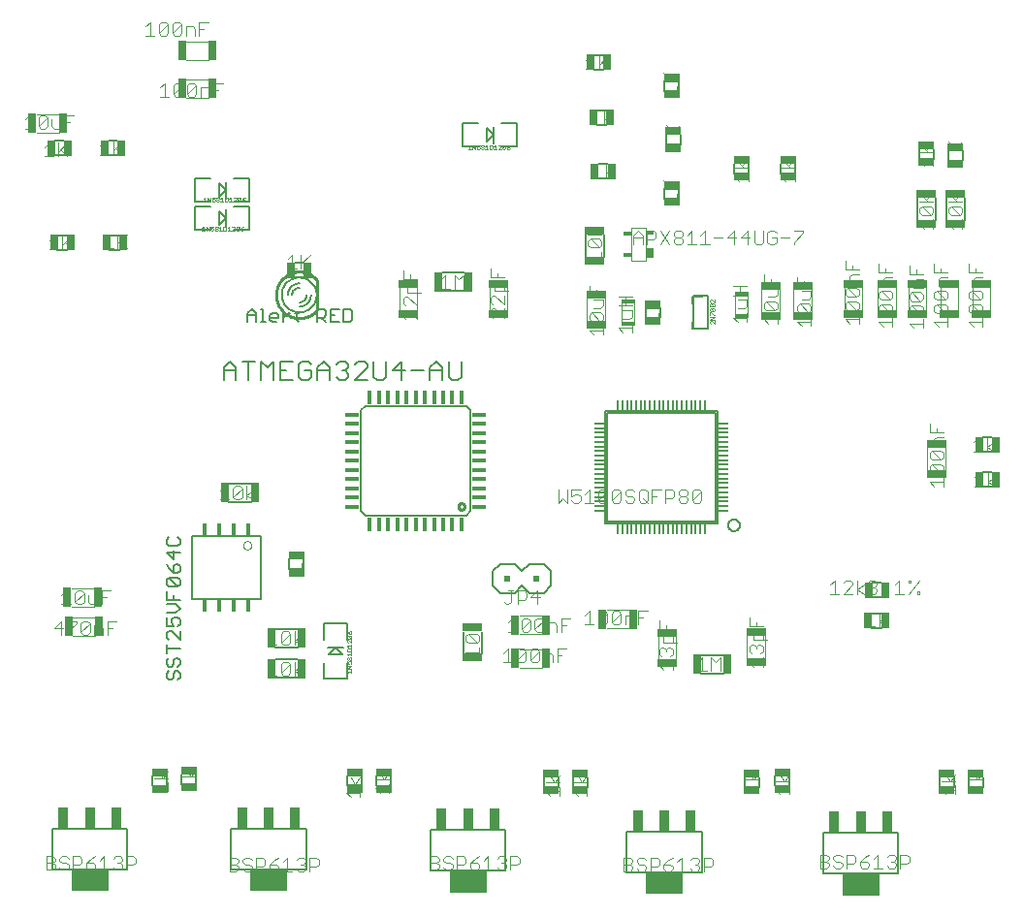
<source format=gto>
G75*
G70*
%OFA0B0*%
%FSLAX24Y24*%
%IPPOS*%
%LPD*%
%AMOC8*
5,1,8,0,0,1.08239X$1,22.5*
%
%ADD10C,0.0060*%
%ADD11R,0.0290X0.0690*%
%ADD12C,0.0040*%
%ADD13R,0.0551X0.0256*%
%ADD14R,0.0256X0.0551*%
%ADD15R,0.0295X0.0669*%
%ADD16R,0.0690X0.0290*%
%ADD17R,0.0669X0.0295*%
%ADD18C,0.0080*%
%ADD19C,0.0050*%
%ADD20R,0.0374X0.0087*%
%ADD21R,0.0374X0.0087*%
%ADD22R,0.0087X0.0374*%
%ADD23R,0.0087X0.0374*%
%ADD24R,0.0472X0.0118*%
%ADD25C,0.0010*%
%ADD26R,0.0200X0.0200*%
%ADD27R,0.1260X0.0730*%
%ADD28R,0.0340X0.0730*%
%ADD29R,0.0270X0.0180*%
%ADD30R,0.0270X0.0350*%
%ADD31C,0.0100*%
%ADD32R,0.0453X0.0157*%
%ADD33R,0.0453X0.0157*%
%ADD34R,0.0453X0.0158*%
%ADD35R,0.0157X0.0453*%
%ADD36R,0.0157X0.0453*%
%ADD37R,0.0158X0.0453*%
%ADD38C,0.0020*%
%ADD39R,0.0140X0.0400*%
D10*
X005750Y004739D02*
X005750Y005061D01*
X006250Y005061D02*
X006250Y004739D01*
X006750Y004789D02*
X006750Y005111D01*
X007250Y005111D02*
X007250Y004789D01*
X009975Y008430D02*
X010730Y008430D01*
X010730Y009070D02*
X009975Y009070D01*
X009975Y009480D02*
X010730Y009480D01*
X010730Y010120D02*
X009975Y010120D01*
X009480Y011140D02*
X009480Y013310D01*
X007120Y013310D01*
X007120Y011140D01*
X009480Y011140D01*
X010450Y012189D02*
X010450Y012511D01*
X010950Y012511D02*
X010950Y012189D01*
X009130Y014480D02*
X008375Y014480D01*
X008375Y015120D02*
X009130Y015120D01*
X009059Y018677D02*
X009059Y019317D01*
X009272Y019317D02*
X008845Y019317D01*
X008628Y019104D02*
X008628Y018677D01*
X008628Y018997D02*
X008201Y018997D01*
X008201Y019104D02*
X008414Y019317D01*
X008628Y019104D01*
X008201Y019104D02*
X008201Y018677D01*
X009490Y018677D02*
X009490Y019317D01*
X009703Y019104D01*
X009917Y019317D01*
X009917Y018677D01*
X010134Y018677D02*
X010562Y018677D01*
X010779Y018784D02*
X010886Y018677D01*
X011099Y018677D01*
X011206Y018784D01*
X011206Y018997D01*
X010993Y018997D01*
X011206Y019211D02*
X011099Y019317D01*
X010886Y019317D01*
X010779Y019211D01*
X010779Y018784D01*
X010348Y018997D02*
X010134Y018997D01*
X010134Y019317D02*
X010134Y018677D01*
X010134Y019317D02*
X010562Y019317D01*
X011424Y019104D02*
X011424Y018677D01*
X011424Y018997D02*
X011851Y018997D01*
X011851Y019104D02*
X011851Y018677D01*
X012068Y018784D02*
X012175Y018677D01*
X012388Y018677D01*
X012495Y018784D01*
X012495Y018890D01*
X012388Y018997D01*
X012282Y018997D01*
X012388Y018997D02*
X012495Y019104D01*
X012495Y019211D01*
X012388Y019317D01*
X012175Y019317D01*
X012068Y019211D01*
X011851Y019104D02*
X011637Y019317D01*
X011424Y019104D01*
X012713Y019211D02*
X012819Y019317D01*
X013033Y019317D01*
X013140Y019211D01*
X013140Y019104D01*
X012713Y018677D01*
X013140Y018677D01*
X013357Y018784D02*
X013464Y018677D01*
X013678Y018677D01*
X013784Y018784D01*
X013784Y019317D01*
X014002Y018997D02*
X014429Y018997D01*
X014646Y018997D02*
X015073Y018997D01*
X015291Y018997D02*
X015718Y018997D01*
X015718Y019104D02*
X015718Y018677D01*
X015935Y018784D02*
X016042Y018677D01*
X016256Y018677D01*
X016362Y018784D01*
X016362Y019317D01*
X015935Y019317D02*
X015935Y018784D01*
X015718Y019104D02*
X015504Y019317D01*
X015291Y019104D01*
X015291Y018677D01*
X014322Y018677D02*
X014322Y019317D01*
X014002Y018997D01*
X013357Y018784D02*
X013357Y019317D01*
X015720Y021730D02*
X016475Y021730D01*
X016475Y022370D02*
X015720Y022370D01*
X020630Y022925D02*
X020630Y023680D01*
X021270Y023680D02*
X021270Y022925D01*
X022700Y021161D02*
X022700Y020839D01*
X023200Y020839D02*
X023200Y021161D01*
X024340Y021560D02*
X024340Y020440D01*
X024860Y020440D01*
X024860Y021560D01*
X024340Y021560D01*
X023850Y024939D02*
X023850Y025261D01*
X023350Y025261D02*
X023350Y024939D01*
X021411Y025600D02*
X021089Y025600D01*
X021089Y026100D02*
X021411Y026100D01*
X021361Y027450D02*
X021039Y027450D01*
X021039Y027950D02*
X021361Y027950D01*
X021261Y029350D02*
X020939Y029350D01*
X020939Y029850D02*
X021261Y029850D01*
X023350Y028961D02*
X023350Y028639D01*
X023850Y028639D02*
X023850Y028961D01*
X023900Y027111D02*
X023900Y026789D01*
X023400Y026789D02*
X023400Y027111D01*
X025750Y026111D02*
X025750Y025789D01*
X026250Y025789D02*
X026250Y026111D01*
X027350Y026111D02*
X027350Y025789D01*
X027850Y025789D02*
X027850Y026111D01*
X032100Y026289D02*
X032100Y026611D01*
X032600Y026611D02*
X032600Y026289D01*
X033100Y026239D02*
X033100Y026561D01*
X033600Y026561D02*
X033600Y026239D01*
X033670Y024930D02*
X033670Y024175D01*
X033030Y024175D02*
X033030Y024930D01*
X032670Y024930D02*
X032670Y024175D01*
X032030Y024175D02*
X032030Y024930D01*
X034289Y016700D02*
X034611Y016700D01*
X034611Y016200D02*
X034289Y016200D01*
X034289Y015500D02*
X034611Y015500D01*
X034611Y015000D02*
X034289Y015000D01*
X030811Y011700D02*
X030489Y011700D01*
X030489Y011200D02*
X030811Y011200D01*
X030811Y010650D02*
X030489Y010650D01*
X030489Y010150D02*
X030811Y010150D01*
X025380Y009220D02*
X024625Y009220D01*
X024625Y008580D02*
X025380Y008580D01*
X026100Y005011D02*
X026100Y004689D01*
X026600Y004689D02*
X026600Y005011D01*
X027150Y005061D02*
X027150Y004739D01*
X027650Y004739D02*
X027650Y005061D01*
X032800Y005011D02*
X032800Y004689D01*
X033300Y004689D02*
X033300Y005011D01*
X033800Y005011D02*
X033800Y004689D01*
X034300Y004689D02*
X034300Y005011D01*
X020700Y005011D02*
X020700Y004689D01*
X020200Y004689D02*
X020200Y005011D01*
X019700Y005011D02*
X019700Y004689D01*
X019200Y004689D02*
X019200Y005011D01*
X017070Y009270D02*
X017070Y010025D01*
X016430Y010025D02*
X016430Y009270D01*
X013950Y005061D02*
X013950Y004739D01*
X013450Y004739D02*
X013450Y005061D01*
X012950Y005061D02*
X012950Y004739D01*
X012450Y004739D02*
X012450Y005061D01*
X010352Y021201D02*
X010321Y021239D01*
X010293Y021279D01*
X010269Y021321D01*
X010248Y021364D01*
X010231Y021410D01*
X010218Y021456D01*
X010208Y021504D01*
X010202Y021552D01*
X010200Y021600D01*
X010800Y022200D02*
X010847Y022198D01*
X010895Y022192D01*
X010941Y022183D01*
X010987Y022170D01*
X011031Y022154D01*
X011075Y022133D01*
X011116Y022110D01*
X011155Y022084D01*
X011192Y022054D01*
X011227Y022021D01*
X011259Y021986D01*
X011288Y021949D01*
X010961Y022200D02*
X010639Y022200D01*
X010639Y022700D02*
X010961Y022700D01*
X011400Y021600D02*
X011398Y021554D01*
X011393Y021508D01*
X011384Y021462D01*
X011372Y021418D01*
X011356Y021374D01*
X011337Y021332D01*
X011315Y021291D01*
X011289Y021253D01*
X011261Y021216D01*
X010800Y021000D02*
X010755Y021002D01*
X010709Y021007D01*
X010665Y021015D01*
X010621Y021027D01*
X010578Y021043D01*
X010536Y021061D01*
X010496Y021083D01*
X010458Y021107D01*
X010422Y021134D01*
X010387Y021164D01*
X010356Y021197D01*
X010326Y021232D01*
X011400Y021600D02*
X011398Y021647D01*
X011393Y021694D01*
X011383Y021740D01*
X011370Y021786D01*
X011354Y021830D01*
X011334Y021873D01*
X011311Y021914D01*
X011285Y021953D01*
X011256Y021990D01*
X011200Y021600D02*
X011198Y021561D01*
X011192Y021522D01*
X011183Y021484D01*
X011170Y021447D01*
X011153Y021411D01*
X011133Y021378D01*
X011109Y021346D01*
X011083Y021317D01*
X011054Y021291D01*
X011022Y021267D01*
X010989Y021247D01*
X010953Y021230D01*
X010916Y021217D01*
X010878Y021208D01*
X010839Y021202D01*
X010800Y021200D01*
X010200Y021600D02*
X010202Y021646D01*
X010207Y021692D01*
X010216Y021738D01*
X010228Y021782D01*
X010244Y021826D01*
X010263Y021868D01*
X010285Y021909D01*
X010311Y021947D01*
X010339Y021984D01*
X010800Y021000D02*
X010845Y021002D01*
X010891Y021007D01*
X010935Y021015D01*
X010979Y021027D01*
X011022Y021043D01*
X011064Y021061D01*
X011104Y021083D01*
X011142Y021107D01*
X011178Y021134D01*
X011213Y021164D01*
X011244Y021197D01*
X011274Y021232D01*
X010800Y022200D02*
X010754Y022198D01*
X010708Y022193D01*
X010662Y022184D01*
X010617Y022172D01*
X010574Y022156D01*
X010532Y022137D01*
X010491Y022114D01*
X010452Y022089D01*
X010416Y022061D01*
X010381Y022030D01*
X010349Y021996D01*
X010320Y021960D01*
X010800Y021350D02*
X010830Y021352D01*
X010860Y021357D01*
X010889Y021366D01*
X010916Y021379D01*
X010942Y021394D01*
X010966Y021413D01*
X010987Y021434D01*
X011006Y021458D01*
X011021Y021484D01*
X011034Y021511D01*
X011043Y021540D01*
X011048Y021570D01*
X011050Y021600D01*
X010800Y022000D02*
X010761Y021998D01*
X010722Y021992D01*
X010684Y021983D01*
X010647Y021970D01*
X010611Y021953D01*
X010578Y021933D01*
X010546Y021909D01*
X010517Y021883D01*
X010491Y021854D01*
X010467Y021822D01*
X010447Y021789D01*
X010430Y021753D01*
X010417Y021716D01*
X010408Y021678D01*
X010402Y021639D01*
X010400Y021600D01*
X010550Y021600D02*
X010552Y021630D01*
X010557Y021660D01*
X010566Y021689D01*
X010579Y021716D01*
X010594Y021742D01*
X010613Y021766D01*
X010634Y021787D01*
X010658Y021806D01*
X010684Y021821D01*
X010711Y021834D01*
X010740Y021843D01*
X010770Y021848D01*
X010800Y021850D01*
X004611Y023150D02*
X004289Y023150D01*
X004289Y023650D02*
X004611Y023650D01*
X002811Y023650D02*
X002489Y023650D01*
X002489Y023150D02*
X002811Y023150D01*
X002711Y026400D02*
X002389Y026400D01*
X002389Y026900D02*
X002711Y026900D01*
X004239Y026900D02*
X004561Y026900D01*
X004561Y026400D02*
X004239Y026400D01*
D11*
X015580Y022050D03*
X016620Y022050D03*
X009270Y014800D03*
X008230Y014800D03*
X009830Y009800D03*
X010870Y009800D03*
X010870Y008750D03*
X009830Y008750D03*
X024480Y008900D03*
X025520Y008900D03*
D12*
X002327Y001840D02*
X002097Y001840D01*
X002097Y002300D01*
X002327Y002300D01*
X002404Y002224D01*
X002404Y002147D01*
X002327Y002070D01*
X002097Y002070D01*
X002327Y002070D02*
X002404Y001993D01*
X002404Y001917D01*
X002327Y001840D01*
X002558Y001917D02*
X002634Y001840D01*
X002788Y001840D01*
X002865Y001917D01*
X002865Y001993D01*
X002788Y002070D01*
X002634Y002070D01*
X002558Y002147D01*
X002558Y002224D01*
X002634Y002300D01*
X002788Y002300D01*
X002865Y002224D01*
X003018Y002300D02*
X003018Y001840D01*
X003018Y001993D02*
X003248Y001993D01*
X003325Y002070D01*
X003325Y002224D01*
X003248Y002300D01*
X003018Y002300D01*
X003478Y002070D02*
X003709Y002070D01*
X003785Y001993D01*
X003785Y001917D01*
X003709Y001840D01*
X003555Y001840D01*
X003478Y001917D01*
X003478Y002070D01*
X003632Y002224D01*
X003785Y002300D01*
X003939Y002147D02*
X004092Y002300D01*
X004092Y001840D01*
X003939Y001840D02*
X004246Y001840D01*
X004399Y001917D02*
X004476Y001840D01*
X004629Y001840D01*
X004706Y001917D01*
X004706Y001993D01*
X004629Y002070D01*
X004553Y002070D01*
X004629Y002070D02*
X004706Y002147D01*
X004706Y002224D01*
X004629Y002300D01*
X004476Y002300D01*
X004399Y002224D01*
X004860Y002300D02*
X004860Y001840D01*
X004860Y001993D02*
X005090Y001993D01*
X005167Y002070D01*
X005167Y002224D01*
X005090Y002300D01*
X004860Y002300D01*
X005973Y004526D02*
X005820Y004679D01*
X006280Y004679D01*
X006280Y004526D02*
X006280Y004833D01*
X006280Y004986D02*
X005820Y004986D01*
X005973Y005217D02*
X006127Y004986D01*
X006280Y005217D01*
X006770Y005036D02*
X007230Y005036D01*
X007230Y004883D02*
X007230Y004576D01*
X007230Y004729D02*
X006770Y004729D01*
X006923Y004576D01*
X007077Y005036D02*
X006923Y005267D01*
X007077Y005036D02*
X007230Y005267D01*
X008397Y002250D02*
X008627Y002250D01*
X008704Y002174D01*
X008704Y002097D01*
X008627Y002020D01*
X008397Y002020D01*
X008397Y001790D02*
X008627Y001790D01*
X008704Y001867D01*
X008704Y001943D01*
X008627Y002020D01*
X008858Y002097D02*
X008934Y002020D01*
X009088Y002020D01*
X009165Y001943D01*
X009165Y001867D01*
X009088Y001790D01*
X008934Y001790D01*
X008858Y001867D01*
X008858Y002097D02*
X008858Y002174D01*
X008934Y002250D01*
X009088Y002250D01*
X009165Y002174D01*
X009318Y002250D02*
X009318Y001790D01*
X009318Y001943D02*
X009548Y001943D01*
X009625Y002020D01*
X009625Y002174D01*
X009548Y002250D01*
X009318Y002250D01*
X009778Y002020D02*
X010009Y002020D01*
X010085Y001943D01*
X010085Y001867D01*
X010009Y001790D01*
X009855Y001790D01*
X009778Y001867D01*
X009778Y002020D01*
X009932Y002174D01*
X010085Y002250D01*
X010239Y002097D02*
X010392Y002250D01*
X010392Y001790D01*
X010239Y001790D02*
X010546Y001790D01*
X010699Y001867D02*
X010776Y001790D01*
X010929Y001790D01*
X011006Y001867D01*
X011006Y001943D01*
X010929Y002020D01*
X010853Y002020D01*
X010929Y002020D02*
X011006Y002097D01*
X011006Y002174D01*
X010929Y002250D01*
X010776Y002250D01*
X010699Y002174D01*
X011160Y002250D02*
X011160Y001790D01*
X011160Y001943D02*
X011390Y001943D01*
X011467Y002020D01*
X011467Y002174D01*
X011390Y002250D01*
X011160Y002250D01*
X012573Y004326D02*
X012420Y004479D01*
X012880Y004479D01*
X012880Y004326D02*
X012880Y004633D01*
X012880Y004786D02*
X012420Y004786D01*
X012573Y005017D02*
X012727Y004786D01*
X012880Y005017D01*
X013420Y004936D02*
X013880Y004936D01*
X013880Y004783D02*
X013880Y004476D01*
X013880Y004629D02*
X013420Y004629D01*
X013573Y004476D01*
X013727Y004936D02*
X013573Y005167D01*
X013727Y004936D02*
X013880Y005167D01*
X015297Y002300D02*
X015527Y002300D01*
X015604Y002224D01*
X015604Y002147D01*
X015527Y002070D01*
X015297Y002070D01*
X015297Y001840D02*
X015527Y001840D01*
X015604Y001917D01*
X015604Y001993D01*
X015527Y002070D01*
X015758Y002147D02*
X015834Y002070D01*
X015988Y002070D01*
X016065Y001993D01*
X016065Y001917D01*
X015988Y001840D01*
X015834Y001840D01*
X015758Y001917D01*
X015758Y002147D02*
X015758Y002224D01*
X015834Y002300D01*
X015988Y002300D01*
X016065Y002224D01*
X016218Y002300D02*
X016218Y001840D01*
X016218Y001993D02*
X016448Y001993D01*
X016525Y002070D01*
X016525Y002224D01*
X016448Y002300D01*
X016218Y002300D01*
X016678Y002070D02*
X016909Y002070D01*
X016985Y001993D01*
X016985Y001917D01*
X016909Y001840D01*
X016755Y001840D01*
X016678Y001917D01*
X016678Y002070D01*
X016832Y002224D01*
X016985Y002300D01*
X017139Y002147D02*
X017292Y002300D01*
X017292Y001840D01*
X017139Y001840D02*
X017446Y001840D01*
X017599Y001917D02*
X017676Y001840D01*
X017829Y001840D01*
X017906Y001917D01*
X017906Y001993D01*
X017829Y002070D01*
X017753Y002070D01*
X017829Y002070D02*
X017906Y002147D01*
X017906Y002224D01*
X017829Y002300D01*
X017676Y002300D01*
X017599Y002224D01*
X018060Y002300D02*
X018060Y001840D01*
X018060Y001993D02*
X018290Y001993D01*
X018367Y002070D01*
X018367Y002224D01*
X018290Y002300D01*
X018060Y002300D01*
X019423Y004376D02*
X019270Y004529D01*
X019730Y004529D01*
X019730Y004376D02*
X019730Y004683D01*
X019730Y004836D02*
X019270Y004836D01*
X019423Y005067D02*
X019577Y004836D01*
X019730Y005067D01*
X020220Y004836D02*
X020680Y004836D01*
X020680Y004683D02*
X020680Y004376D01*
X020680Y004529D02*
X020220Y004529D01*
X020373Y004376D01*
X020527Y004836D02*
X020373Y005067D01*
X020527Y004836D02*
X020680Y005067D01*
X021947Y002250D02*
X022177Y002250D01*
X022254Y002174D01*
X022254Y002097D01*
X022177Y002020D01*
X021947Y002020D01*
X021947Y001790D02*
X022177Y001790D01*
X022254Y001867D01*
X022254Y001943D01*
X022177Y002020D01*
X022408Y002097D02*
X022484Y002020D01*
X022638Y002020D01*
X022715Y001943D01*
X022715Y001867D01*
X022638Y001790D01*
X022484Y001790D01*
X022408Y001867D01*
X022408Y002097D02*
X022408Y002174D01*
X022484Y002250D01*
X022638Y002250D01*
X022715Y002174D01*
X022868Y002250D02*
X022868Y001790D01*
X022868Y001943D02*
X023098Y001943D01*
X023175Y002020D01*
X023175Y002174D01*
X023098Y002250D01*
X022868Y002250D01*
X023328Y002020D02*
X023559Y002020D01*
X023635Y001943D01*
X023635Y001867D01*
X023559Y001790D01*
X023405Y001790D01*
X023328Y001867D01*
X023328Y002020D01*
X023482Y002174D01*
X023635Y002250D01*
X023789Y002097D02*
X023942Y002250D01*
X023942Y001790D01*
X023789Y001790D02*
X024096Y001790D01*
X024249Y001867D02*
X024326Y001790D01*
X024479Y001790D01*
X024556Y001867D01*
X024556Y001943D01*
X024479Y002020D01*
X024403Y002020D01*
X024479Y002020D02*
X024556Y002097D01*
X024556Y002174D01*
X024479Y002250D01*
X024326Y002250D01*
X024249Y002174D01*
X024710Y002250D02*
X024710Y001790D01*
X024710Y001943D02*
X024940Y001943D01*
X025017Y002020D01*
X025017Y002174D01*
X024940Y002250D01*
X024710Y002250D01*
X026273Y004476D02*
X026120Y004629D01*
X026580Y004629D01*
X026580Y004476D02*
X026580Y004783D01*
X026580Y004936D02*
X026120Y004936D01*
X026273Y005167D02*
X026427Y004936D01*
X026580Y005167D01*
X027170Y004886D02*
X027630Y004886D01*
X027630Y004733D02*
X027630Y004426D01*
X027630Y004579D02*
X027170Y004579D01*
X027323Y004426D01*
X027477Y004886D02*
X027323Y005117D01*
X027477Y004886D02*
X027630Y005117D01*
X028697Y002350D02*
X028927Y002350D01*
X029004Y002274D01*
X029004Y002197D01*
X028927Y002120D01*
X028697Y002120D01*
X028697Y001890D02*
X028927Y001890D01*
X029004Y001967D01*
X029004Y002043D01*
X028927Y002120D01*
X029158Y002197D02*
X029158Y002274D01*
X029234Y002350D01*
X029388Y002350D01*
X029465Y002274D01*
X029618Y002350D02*
X029848Y002350D01*
X029925Y002274D01*
X029925Y002120D01*
X029848Y002043D01*
X029618Y002043D01*
X029618Y001890D02*
X029618Y002350D01*
X029388Y002120D02*
X029465Y002043D01*
X029465Y001967D01*
X029388Y001890D01*
X029234Y001890D01*
X029158Y001967D01*
X029234Y002120D02*
X029388Y002120D01*
X029234Y002120D02*
X029158Y002197D01*
X028697Y002350D02*
X028697Y001890D01*
X030078Y001967D02*
X030155Y001890D01*
X030309Y001890D01*
X030385Y001967D01*
X030385Y002043D01*
X030309Y002120D01*
X030078Y002120D01*
X030078Y001967D01*
X030078Y002120D02*
X030232Y002274D01*
X030385Y002350D01*
X030539Y002197D02*
X030692Y002350D01*
X030692Y001890D01*
X030539Y001890D02*
X030846Y001890D01*
X030999Y001967D02*
X031076Y001890D01*
X031229Y001890D01*
X031306Y001967D01*
X031306Y002043D01*
X031229Y002120D01*
X031153Y002120D01*
X031229Y002120D02*
X031306Y002197D01*
X031306Y002274D01*
X031229Y002350D01*
X031076Y002350D01*
X030999Y002274D01*
X031460Y002350D02*
X031460Y001890D01*
X031460Y002043D02*
X031690Y002043D01*
X031767Y002120D01*
X031767Y002274D01*
X031690Y002350D01*
X031460Y002350D01*
X033023Y004426D02*
X032870Y004579D01*
X033330Y004579D01*
X033330Y004426D02*
X033330Y004733D01*
X033330Y004886D02*
X032870Y004886D01*
X033023Y005117D02*
X033177Y004886D01*
X033330Y005117D01*
X033820Y004936D02*
X034280Y004936D01*
X034280Y004783D02*
X034280Y004476D01*
X034280Y004629D02*
X033820Y004629D01*
X033973Y004476D01*
X034127Y004936D02*
X033973Y005167D01*
X034127Y004936D02*
X034280Y005167D01*
X030961Y010220D02*
X030730Y010373D01*
X030961Y010527D01*
X030730Y010680D02*
X030730Y010220D01*
X030577Y010220D02*
X030270Y010220D01*
X030423Y010220D02*
X030423Y010680D01*
X030270Y010527D01*
X030198Y011320D02*
X029968Y011473D01*
X030198Y011627D01*
X030352Y011704D02*
X030428Y011780D01*
X030582Y011780D01*
X030659Y011704D01*
X030659Y011627D01*
X030582Y011550D01*
X030659Y011473D01*
X030659Y011397D01*
X030582Y011320D01*
X030428Y011320D01*
X030352Y011397D01*
X030505Y011550D02*
X030582Y011550D01*
X029968Y011320D02*
X029968Y011780D01*
X029815Y011704D02*
X029738Y011780D01*
X029584Y011780D01*
X029508Y011704D01*
X029815Y011704D02*
X029815Y011627D01*
X029508Y011320D01*
X029815Y011320D01*
X029354Y011320D02*
X029047Y011320D01*
X029201Y011320D02*
X029201Y011780D01*
X029047Y011627D01*
X026730Y010201D02*
X026270Y010201D01*
X026270Y010508D01*
X026500Y010355D02*
X026500Y010201D01*
X026500Y010048D02*
X026653Y010048D01*
X026730Y009971D01*
X026730Y009741D01*
X026883Y009741D02*
X026423Y009741D01*
X026423Y009971D01*
X026500Y010048D01*
X026190Y009880D02*
X026190Y009120D01*
X026270Y008973D02*
X026730Y008973D01*
X026730Y008820D02*
X026730Y009127D01*
X026810Y009120D02*
X026810Y009880D01*
X026653Y009587D02*
X026730Y009511D01*
X026730Y009357D01*
X026653Y009280D01*
X026500Y009434D02*
X026500Y009511D01*
X026577Y009587D01*
X026653Y009587D01*
X026500Y009511D02*
X026423Y009587D01*
X026346Y009587D01*
X026270Y009511D01*
X026270Y009357D01*
X026346Y009280D01*
X026270Y008973D02*
X026423Y008820D01*
X025267Y008670D02*
X025267Y009130D01*
X025113Y008977D01*
X024960Y009130D01*
X024960Y008670D01*
X024806Y008670D02*
X024499Y008670D01*
X024653Y008670D02*
X024653Y009130D01*
X024499Y008977D01*
X023760Y009070D02*
X023760Y009830D01*
X023630Y009871D02*
X023630Y009641D01*
X023783Y009641D02*
X023323Y009641D01*
X023323Y009871D01*
X023400Y009948D01*
X023553Y009948D01*
X023630Y009871D01*
X023630Y010101D02*
X023170Y010101D01*
X023170Y010408D01*
X023400Y010255D02*
X023400Y010101D01*
X023140Y009830D02*
X023140Y009070D01*
X023246Y009180D02*
X023170Y009257D01*
X023170Y009411D01*
X023246Y009487D01*
X023323Y009487D01*
X023400Y009411D01*
X023477Y009487D01*
X023553Y009487D01*
X023630Y009411D01*
X023630Y009257D01*
X023553Y009180D01*
X023630Y009027D02*
X023630Y008720D01*
X023630Y008873D02*
X023170Y008873D01*
X023323Y008720D01*
X023400Y009334D02*
X023400Y009411D01*
X022460Y010270D02*
X022460Y010730D01*
X022767Y010730D01*
X022613Y010500D02*
X022460Y010500D01*
X022306Y010500D02*
X022229Y010577D01*
X021999Y010577D01*
X021999Y010270D01*
X021846Y010347D02*
X021846Y010654D01*
X021539Y010347D01*
X021616Y010270D01*
X021769Y010270D01*
X021846Y010347D01*
X021846Y010654D02*
X021769Y010730D01*
X021616Y010730D01*
X021539Y010654D01*
X021539Y010347D01*
X021385Y010347D02*
X021309Y010270D01*
X021155Y010270D01*
X021078Y010347D01*
X021385Y010654D01*
X021385Y010347D01*
X021370Y010140D02*
X022130Y010140D01*
X022306Y010270D02*
X022306Y010500D01*
X022130Y010760D02*
X021370Y010760D01*
X021309Y010730D02*
X021385Y010654D01*
X021309Y010730D02*
X021155Y010730D01*
X021078Y010654D01*
X021078Y010347D01*
X020925Y010270D02*
X020618Y010270D01*
X020771Y010270D02*
X020771Y010730D01*
X020618Y010577D01*
X020118Y010480D02*
X019812Y010480D01*
X019812Y010020D01*
X019658Y010020D02*
X019658Y010250D01*
X019581Y010327D01*
X019351Y010327D01*
X019351Y010020D01*
X019198Y010097D02*
X019198Y010404D01*
X018891Y010097D01*
X018968Y010020D01*
X019121Y010020D01*
X019198Y010097D01*
X019130Y009940D02*
X018370Y009940D01*
X018277Y010020D02*
X017970Y010020D01*
X018123Y010020D02*
X018123Y010480D01*
X017970Y010327D01*
X018370Y010560D02*
X019130Y010560D01*
X019121Y010480D02*
X019198Y010404D01*
X019121Y010480D02*
X018968Y010480D01*
X018891Y010404D01*
X018891Y010097D01*
X018737Y010097D02*
X018737Y010404D01*
X018430Y010097D01*
X018507Y010020D01*
X018661Y010020D01*
X018737Y010097D01*
X018430Y010097D02*
X018430Y010404D01*
X018507Y010480D01*
X018661Y010480D01*
X018737Y010404D01*
X018990Y010970D02*
X018990Y011430D01*
X018760Y011200D01*
X019067Y011200D01*
X018606Y011200D02*
X018529Y011123D01*
X018299Y011123D01*
X018299Y010970D02*
X018299Y011430D01*
X018529Y011430D01*
X018606Y011354D01*
X018606Y011200D01*
X018146Y011430D02*
X017992Y011430D01*
X018069Y011430D02*
X018069Y011047D01*
X017992Y010970D01*
X017916Y010970D01*
X017839Y011047D01*
X016980Y010321D02*
X016827Y010091D01*
X016673Y010321D01*
X016520Y010091D02*
X016980Y010091D01*
X016903Y009937D02*
X016980Y009861D01*
X016980Y009707D01*
X016903Y009630D01*
X016596Y009937D01*
X016903Y009937D01*
X016903Y009630D02*
X016596Y009630D01*
X016520Y009707D01*
X016520Y009861D01*
X016596Y009937D01*
X016980Y009477D02*
X016980Y009170D01*
X016980Y009323D02*
X016520Y009323D01*
X016673Y009170D01*
X017820Y009277D02*
X017973Y009430D01*
X017973Y008970D01*
X017820Y008970D02*
X018127Y008970D01*
X018280Y009047D02*
X018587Y009354D01*
X018587Y009047D01*
X018511Y008970D01*
X018357Y008970D01*
X018280Y009047D01*
X018280Y009354D01*
X018357Y009430D01*
X018511Y009430D01*
X018587Y009354D01*
X018741Y009354D02*
X018818Y009430D01*
X018971Y009430D01*
X019048Y009354D01*
X018741Y009047D01*
X018818Y008970D01*
X018971Y008970D01*
X019048Y009047D01*
X019048Y009354D01*
X019130Y009410D02*
X018370Y009410D01*
X018741Y009354D02*
X018741Y009047D01*
X018370Y008790D02*
X019130Y008790D01*
X019201Y008970D02*
X019201Y009277D01*
X019431Y009277D01*
X019508Y009200D01*
X019508Y008970D01*
X019662Y008970D02*
X019662Y009430D01*
X019968Y009430D01*
X019815Y009200D02*
X019662Y009200D01*
X019812Y010250D02*
X019965Y010250D01*
X020007Y014450D02*
X020007Y014911D01*
X020160Y014911D02*
X020160Y014681D01*
X020313Y014757D01*
X020390Y014757D01*
X020467Y014681D01*
X020467Y014527D01*
X020390Y014450D01*
X020237Y014450D01*
X020160Y014527D01*
X020007Y014450D02*
X019853Y014604D01*
X019700Y014450D01*
X019700Y014911D01*
X020160Y014911D02*
X020467Y014911D01*
X020620Y014757D02*
X020774Y014911D01*
X020774Y014450D01*
X020927Y014450D02*
X020620Y014450D01*
X021081Y014527D02*
X021081Y014834D01*
X021158Y014911D01*
X021311Y014911D01*
X021388Y014834D01*
X021081Y014527D01*
X021158Y014450D01*
X021311Y014450D01*
X021388Y014527D01*
X021388Y014834D01*
X021541Y014834D02*
X021618Y014911D01*
X021771Y014911D01*
X021848Y014834D01*
X021541Y014527D01*
X021618Y014450D01*
X021771Y014450D01*
X021848Y014527D01*
X021848Y014834D01*
X022002Y014834D02*
X022002Y014757D01*
X022078Y014681D01*
X022232Y014681D01*
X022308Y014604D01*
X022308Y014527D01*
X022232Y014450D01*
X022078Y014450D01*
X022002Y014527D01*
X022002Y014834D02*
X022078Y014911D01*
X022232Y014911D01*
X022308Y014834D01*
X022462Y014834D02*
X022462Y014527D01*
X022539Y014450D01*
X022692Y014450D01*
X022769Y014527D01*
X022769Y014834D01*
X022692Y014911D01*
X022539Y014911D01*
X022462Y014834D01*
X022615Y014604D02*
X022769Y014450D01*
X022922Y014450D02*
X022922Y014911D01*
X023229Y014911D01*
X023383Y014911D02*
X023613Y014911D01*
X023690Y014834D01*
X023690Y014681D01*
X023613Y014604D01*
X023383Y014604D01*
X023383Y014450D02*
X023383Y014911D01*
X023076Y014681D02*
X022922Y014681D01*
X023843Y014757D02*
X023920Y014681D01*
X024073Y014681D01*
X024150Y014604D01*
X024150Y014527D01*
X024073Y014450D01*
X023920Y014450D01*
X023843Y014527D01*
X023843Y014604D01*
X023920Y014681D01*
X023843Y014757D02*
X023843Y014834D01*
X023920Y014911D01*
X024073Y014911D01*
X024150Y014834D01*
X024150Y014757D01*
X024073Y014681D01*
X024304Y014527D02*
X024304Y014834D01*
X024380Y014911D01*
X024534Y014911D01*
X024610Y014834D01*
X024304Y014527D01*
X024380Y014450D01*
X024534Y014450D01*
X024610Y014527D01*
X024610Y014834D01*
X021541Y014834D02*
X021541Y014527D01*
X021230Y020228D02*
X021230Y020535D01*
X021230Y020382D02*
X020770Y020382D01*
X020923Y020228D01*
X020846Y020689D02*
X020770Y020766D01*
X020770Y020919D01*
X020846Y020996D01*
X021153Y020689D01*
X021230Y020766D01*
X021230Y020919D01*
X021153Y020996D01*
X020846Y020996D01*
X020923Y021149D02*
X021153Y021149D01*
X021230Y021226D01*
X021230Y021456D01*
X020923Y021456D01*
X021000Y021610D02*
X021000Y021763D01*
X021230Y021610D02*
X020770Y021610D01*
X020770Y021917D01*
X020690Y021480D02*
X020690Y020720D01*
X020846Y020689D02*
X021153Y020689D01*
X021310Y020720D02*
X021310Y021480D01*
X021770Y021548D02*
X022230Y021548D01*
X022318Y021340D02*
X022318Y020660D01*
X022230Y020627D02*
X022230Y020320D01*
X022230Y020473D02*
X021770Y020473D01*
X021923Y020320D01*
X021887Y020660D02*
X021887Y021340D01*
X022000Y021241D02*
X022000Y021548D01*
X022230Y021241D02*
X021770Y021241D01*
X021923Y021087D02*
X022230Y021087D01*
X022230Y020857D01*
X022153Y020780D01*
X021923Y020780D01*
X022670Y020823D02*
X023130Y020823D01*
X023130Y020670D02*
X023130Y020977D01*
X023130Y021130D02*
X022670Y021130D01*
X022823Y021361D02*
X022977Y021130D01*
X023130Y021361D01*
X022670Y020823D02*
X022823Y020670D01*
X022700Y022780D02*
X022200Y022780D01*
X022200Y023920D01*
X022700Y023920D01*
X022700Y022780D01*
X022750Y023348D02*
X022750Y023808D01*
X022981Y023808D01*
X023057Y023732D01*
X023057Y023578D01*
X022981Y023501D01*
X022750Y023501D01*
X022597Y023578D02*
X022290Y023578D01*
X022290Y023655D02*
X022444Y023808D01*
X022597Y023655D01*
X022597Y023348D01*
X022290Y023348D02*
X022290Y023655D01*
X023211Y023808D02*
X023518Y023348D01*
X023671Y023425D02*
X023671Y023501D01*
X023748Y023578D01*
X023901Y023578D01*
X023978Y023501D01*
X023978Y023425D01*
X023901Y023348D01*
X023748Y023348D01*
X023671Y023425D01*
X023748Y023578D02*
X023671Y023655D01*
X023671Y023732D01*
X023748Y023808D01*
X023901Y023808D01*
X023978Y023732D01*
X023978Y023655D01*
X023901Y023578D01*
X024132Y023655D02*
X024285Y023808D01*
X024285Y023348D01*
X024132Y023348D02*
X024439Y023348D01*
X024592Y023348D02*
X024899Y023348D01*
X024746Y023348D02*
X024746Y023808D01*
X024592Y023655D01*
X025052Y023578D02*
X025359Y023578D01*
X025513Y023578D02*
X025820Y023578D01*
X025973Y023578D02*
X026203Y023808D01*
X026203Y023348D01*
X026280Y023578D02*
X025973Y023578D01*
X025743Y023348D02*
X025743Y023808D01*
X025513Y023578D01*
X026434Y023425D02*
X026510Y023348D01*
X026664Y023348D01*
X026741Y023425D01*
X026741Y023808D01*
X026894Y023732D02*
X026894Y023425D01*
X026971Y023348D01*
X027124Y023348D01*
X027201Y023425D01*
X027201Y023578D01*
X027047Y023578D01*
X026894Y023732D02*
X026971Y023808D01*
X027124Y023808D01*
X027201Y023732D01*
X027354Y023578D02*
X027661Y023578D01*
X027815Y023425D02*
X027815Y023348D01*
X027815Y023425D02*
X028122Y023732D01*
X028122Y023808D01*
X027815Y023808D01*
X026434Y023808D02*
X026434Y023425D01*
X026770Y022308D02*
X026770Y022001D01*
X027230Y022001D01*
X027230Y021848D02*
X026923Y021848D01*
X027000Y022001D02*
X027000Y022155D01*
X027230Y021848D02*
X027230Y021618D01*
X027153Y021541D01*
X026923Y021541D01*
X026846Y021387D02*
X027153Y021080D01*
X027230Y021157D01*
X027230Y021311D01*
X027153Y021387D01*
X026846Y021387D01*
X026770Y021311D01*
X026770Y021157D01*
X026846Y021080D01*
X027153Y021080D01*
X027310Y021020D02*
X027310Y021780D01*
X027790Y021780D02*
X027790Y021020D01*
X027920Y021066D02*
X027920Y021219D01*
X027996Y021296D01*
X028303Y020989D01*
X028380Y021066D01*
X028380Y021219D01*
X028303Y021296D01*
X027996Y021296D01*
X028073Y021449D02*
X028303Y021449D01*
X028380Y021526D01*
X028380Y021756D01*
X028073Y021756D01*
X028150Y021910D02*
X028150Y022063D01*
X028380Y021910D02*
X027920Y021910D01*
X027920Y022217D01*
X028410Y021780D02*
X028410Y021020D01*
X028303Y020989D02*
X027996Y020989D01*
X027920Y021066D01*
X027920Y020682D02*
X028380Y020682D01*
X028380Y020835D02*
X028380Y020528D01*
X028073Y020528D02*
X027920Y020682D01*
X027230Y020620D02*
X027230Y020927D01*
X027230Y020773D02*
X026770Y020773D01*
X026923Y020620D01*
X026690Y021020D02*
X026690Y021780D01*
X026218Y021590D02*
X026218Y020910D01*
X026180Y020977D02*
X026180Y020670D01*
X026180Y020823D02*
X025720Y020823D01*
X025873Y020670D01*
X025787Y020910D02*
X025787Y021590D01*
X025720Y021591D02*
X026180Y021591D01*
X026180Y021437D02*
X025873Y021437D01*
X025950Y021591D02*
X025950Y021898D01*
X025720Y021898D02*
X026180Y021898D01*
X026180Y021437D02*
X026180Y021207D01*
X026103Y021130D01*
X025873Y021130D01*
X023211Y023348D02*
X023518Y023808D01*
X023473Y024770D02*
X023320Y024923D01*
X023780Y024923D01*
X023780Y024770D02*
X023780Y025077D01*
X023780Y025230D02*
X023320Y025230D01*
X023550Y025307D02*
X023780Y025537D01*
X023627Y025230D02*
X023320Y025537D01*
X023573Y026670D02*
X023420Y026823D01*
X023880Y026823D01*
X023880Y026670D02*
X023880Y026977D01*
X023880Y027130D02*
X023420Y027130D01*
X023650Y027207D02*
X023880Y027437D01*
X023727Y027130D02*
X023420Y027437D01*
X023473Y028470D02*
X023320Y028623D01*
X023780Y028623D01*
X023780Y028470D02*
X023780Y028777D01*
X023780Y028930D02*
X023320Y028930D01*
X023550Y029007D02*
X023780Y029237D01*
X023627Y028930D02*
X023320Y029237D01*
X021417Y029370D02*
X021186Y029600D01*
X021110Y029523D02*
X021417Y029830D01*
X021110Y029830D02*
X021110Y029370D01*
X020956Y029370D02*
X020649Y029370D01*
X020803Y029370D02*
X020803Y029830D01*
X020649Y029677D01*
X020973Y027930D02*
X020973Y027470D01*
X020820Y027470D02*
X021127Y027470D01*
X021280Y027470D02*
X021280Y027930D01*
X021357Y027700D02*
X021587Y027470D01*
X021280Y027623D02*
X021587Y027930D01*
X020973Y027930D02*
X020820Y027777D01*
X021023Y026080D02*
X021023Y025620D01*
X020870Y025620D02*
X021177Y025620D01*
X021330Y025620D02*
X021330Y026080D01*
X021407Y025850D02*
X021637Y025620D01*
X021330Y025773D02*
X021637Y026080D01*
X021023Y026080D02*
X020870Y025927D01*
X020873Y023917D02*
X021027Y023686D01*
X021180Y023917D01*
X021180Y023686D02*
X020720Y023686D01*
X020796Y023533D02*
X021103Y023226D01*
X021180Y023303D01*
X021180Y023456D01*
X021103Y023533D01*
X020796Y023533D01*
X020720Y023456D01*
X020720Y023303D01*
X020796Y023226D01*
X021103Y023226D01*
X021180Y023072D02*
X021180Y022766D01*
X021180Y022919D02*
X020720Y022919D01*
X020873Y022766D01*
X017960Y021830D02*
X017960Y021070D01*
X017830Y021127D02*
X017830Y020820D01*
X017523Y021127D01*
X017446Y021127D01*
X017370Y021050D01*
X017370Y020897D01*
X017446Y020820D01*
X017340Y021070D02*
X017340Y021830D01*
X017523Y021741D02*
X017523Y021971D01*
X017600Y022048D01*
X017753Y022048D01*
X017830Y021971D01*
X017830Y021741D01*
X017983Y021741D02*
X017523Y021741D01*
X017523Y021587D02*
X017446Y021587D01*
X017370Y021511D01*
X017370Y021357D01*
X017446Y021280D01*
X017523Y021587D02*
X017830Y021280D01*
X017830Y021587D01*
X017830Y022201D02*
X017370Y022201D01*
X017370Y022508D01*
X017600Y022355D02*
X017600Y022201D01*
X016437Y022280D02*
X016437Y021820D01*
X016130Y021820D02*
X016130Y022280D01*
X016284Y022127D01*
X016437Y022280D01*
X015823Y022280D02*
X015823Y021820D01*
X015670Y021820D02*
X015977Y021820D01*
X015670Y022127D02*
X015823Y022280D01*
X014983Y021691D02*
X014523Y021691D01*
X014523Y021921D01*
X014600Y021998D01*
X014753Y021998D01*
X014830Y021921D01*
X014830Y021691D01*
X014860Y021830D02*
X014860Y021070D01*
X014830Y021077D02*
X014830Y020770D01*
X014523Y021077D01*
X014446Y021077D01*
X014370Y021000D01*
X014370Y020847D01*
X014446Y020770D01*
X014240Y021070D02*
X014240Y021830D01*
X014370Y022151D02*
X014370Y022458D01*
X014600Y022305D02*
X014600Y022151D01*
X014830Y022151D02*
X014370Y022151D01*
X014446Y021537D02*
X014370Y021461D01*
X014370Y021307D01*
X014446Y021230D01*
X014446Y021537D02*
X014523Y021537D01*
X014830Y021230D01*
X014830Y021537D01*
X011167Y022520D02*
X010936Y022750D01*
X010860Y022673D02*
X011167Y022980D01*
X010860Y022980D02*
X010860Y022520D01*
X010706Y022520D02*
X010399Y022520D01*
X010553Y022520D02*
X010553Y022980D01*
X010399Y022827D01*
X004867Y023220D02*
X004636Y023450D01*
X004560Y023373D02*
X004867Y023680D01*
X004560Y023680D02*
X004560Y023220D01*
X004406Y023220D02*
X004099Y023220D01*
X004253Y023220D02*
X004253Y023680D01*
X004099Y023527D01*
X002967Y023630D02*
X002660Y023323D01*
X002736Y023400D02*
X002967Y023170D01*
X002660Y023170D02*
X002660Y023630D01*
X002353Y023630D02*
X002353Y023170D01*
X002506Y023170D02*
X002199Y023170D01*
X002199Y023477D02*
X002353Y023630D01*
X002356Y026370D02*
X002049Y026370D01*
X002203Y026370D02*
X002203Y026830D01*
X002049Y026677D01*
X002510Y026830D02*
X002510Y026370D01*
X002510Y026523D02*
X002817Y026830D01*
X002586Y026600D02*
X002817Y026370D01*
X002530Y027190D02*
X001770Y027190D01*
X001677Y027320D02*
X001370Y027320D01*
X001523Y027320D02*
X001523Y027780D01*
X001370Y027627D01*
X001770Y027810D02*
X002530Y027810D01*
X002598Y027627D02*
X002598Y027320D01*
X002368Y027320D01*
X002291Y027397D01*
X002291Y027627D01*
X002137Y027704D02*
X001830Y027397D01*
X001907Y027320D01*
X002061Y027320D01*
X002137Y027397D01*
X002137Y027704D01*
X002061Y027780D01*
X001907Y027780D01*
X001830Y027704D01*
X001830Y027397D01*
X002751Y027320D02*
X002751Y027780D01*
X003058Y027780D01*
X002905Y027550D02*
X002751Y027550D01*
X003949Y026727D02*
X004103Y026880D01*
X004103Y026420D01*
X004256Y026420D02*
X003949Y026420D01*
X004410Y026420D02*
X004410Y026880D01*
X004486Y026650D02*
X004717Y026420D01*
X004410Y026573D02*
X004717Y026880D01*
X006018Y028420D02*
X006325Y028420D01*
X006171Y028420D02*
X006171Y028880D01*
X006018Y028727D01*
X006478Y028804D02*
X006555Y028880D01*
X006709Y028880D01*
X006785Y028804D01*
X006478Y028497D01*
X006555Y028420D01*
X006709Y028420D01*
X006785Y028497D01*
X006785Y028804D01*
X006939Y028804D02*
X007016Y028880D01*
X007169Y028880D01*
X007246Y028804D01*
X006939Y028497D01*
X007016Y028420D01*
X007169Y028420D01*
X007246Y028497D01*
X007246Y028804D01*
X007399Y028727D02*
X007629Y028727D01*
X007706Y028650D01*
X007706Y028420D01*
X007680Y028390D02*
X006920Y028390D01*
X006939Y028497D02*
X006939Y028804D01*
X006920Y029010D02*
X007680Y029010D01*
X007860Y028880D02*
X008167Y028880D01*
X008013Y028650D02*
X007860Y028650D01*
X007860Y028420D02*
X007860Y028880D01*
X007399Y028727D02*
X007399Y028420D01*
X006478Y028497D02*
X006478Y028804D01*
X006920Y029690D02*
X007680Y029690D01*
X007680Y030310D02*
X006920Y030310D01*
X006899Y030520D02*
X006899Y030827D01*
X007129Y030827D01*
X007206Y030750D01*
X007206Y030520D01*
X007360Y030520D02*
X007360Y030980D01*
X007667Y030980D01*
X007513Y030750D02*
X007360Y030750D01*
X006746Y030597D02*
X006669Y030520D01*
X006516Y030520D01*
X006439Y030597D01*
X006746Y030904D01*
X006746Y030597D01*
X006746Y030904D02*
X006669Y030980D01*
X006516Y030980D01*
X006439Y030904D01*
X006439Y030597D01*
X006285Y030597D02*
X006209Y030520D01*
X006055Y030520D01*
X005978Y030597D01*
X006285Y030904D01*
X006285Y030597D01*
X005978Y030597D02*
X005978Y030904D01*
X006055Y030980D01*
X006209Y030980D01*
X006285Y030904D01*
X005825Y030520D02*
X005518Y030520D01*
X005671Y030520D02*
X005671Y030980D01*
X005518Y030827D01*
X008219Y015030D02*
X008219Y014570D01*
X008066Y014570D02*
X008372Y014570D01*
X008526Y014647D02*
X008833Y014954D01*
X008833Y014647D01*
X008756Y014570D01*
X008603Y014570D01*
X008526Y014647D01*
X008526Y014954D01*
X008603Y015030D01*
X008756Y015030D01*
X008833Y014954D01*
X008986Y015030D02*
X008986Y014570D01*
X008986Y014723D02*
X009217Y014877D01*
X008986Y014723D02*
X009217Y014570D01*
X008219Y015030D02*
X008066Y014877D01*
X010573Y012761D02*
X010727Y012530D01*
X010880Y012761D01*
X010880Y012530D02*
X010420Y012530D01*
X010420Y012223D02*
X010880Y012223D01*
X010880Y012070D02*
X010880Y012377D01*
X010573Y012070D02*
X010420Y012223D01*
X010406Y010030D02*
X010483Y009954D01*
X010176Y009647D01*
X010253Y009570D01*
X010406Y009570D01*
X010483Y009647D01*
X010483Y009954D01*
X010406Y010030D02*
X010253Y010030D01*
X010176Y009954D01*
X010176Y009647D01*
X010022Y009570D02*
X009716Y009570D01*
X009869Y009570D02*
X009869Y010030D01*
X009716Y009877D01*
X009869Y008980D02*
X009869Y008520D01*
X009716Y008520D02*
X010022Y008520D01*
X010176Y008597D02*
X010483Y008904D01*
X010483Y008597D01*
X010406Y008520D01*
X010253Y008520D01*
X010176Y008597D01*
X010176Y008904D01*
X010253Y008980D01*
X010406Y008980D01*
X010483Y008904D01*
X010636Y008980D02*
X010636Y008520D01*
X010636Y008673D02*
X010867Y008520D01*
X010636Y008673D02*
X010867Y008827D01*
X010867Y009570D02*
X010636Y009723D01*
X010867Y009877D01*
X010636Y010030D02*
X010636Y009570D01*
X009869Y008980D02*
X009716Y008827D01*
X004517Y010380D02*
X004210Y010380D01*
X004210Y009920D01*
X004056Y009920D02*
X004056Y010150D01*
X003979Y010227D01*
X003749Y010227D01*
X003749Y009920D01*
X003780Y009890D02*
X003020Y009890D01*
X002828Y009920D02*
X002828Y009997D01*
X003135Y010304D01*
X003135Y010380D01*
X002828Y010380D01*
X002598Y010380D02*
X002368Y010150D01*
X002675Y010150D01*
X002598Y009920D02*
X002598Y010380D01*
X003020Y010510D02*
X003780Y010510D01*
X003596Y010304D02*
X003289Y009997D01*
X003366Y009920D01*
X003519Y009920D01*
X003596Y009997D01*
X003596Y010304D01*
X003519Y010380D01*
X003366Y010380D01*
X003289Y010304D01*
X003289Y009997D01*
X004210Y010150D02*
X004363Y010150D01*
X004010Y010970D02*
X004010Y011430D01*
X004317Y011430D01*
X004163Y011200D02*
X004010Y011200D01*
X003856Y011277D02*
X003856Y010970D01*
X003626Y010970D01*
X003549Y011047D01*
X003549Y011277D01*
X003396Y011354D02*
X003396Y011047D01*
X003319Y010970D01*
X003166Y010970D01*
X003089Y011047D01*
X003396Y011354D01*
X003319Y011430D01*
X003166Y011430D01*
X003089Y011354D01*
X003089Y011047D01*
X002935Y010970D02*
X002628Y010970D01*
X002782Y010970D02*
X002782Y011430D01*
X002628Y011277D01*
X002970Y011510D02*
X003730Y011510D01*
X003730Y010890D02*
X002970Y010890D01*
X008397Y002250D02*
X008397Y001790D01*
X015297Y001840D02*
X015297Y002300D01*
X021947Y002250D02*
X021947Y001790D01*
X031272Y011320D02*
X031579Y011320D01*
X031426Y011320D02*
X031426Y011780D01*
X031272Y011627D01*
X031733Y011704D02*
X031733Y011780D01*
X031810Y011780D01*
X031810Y011704D01*
X031733Y011704D01*
X031733Y011320D02*
X032117Y011780D01*
X032117Y011397D02*
X032117Y011320D01*
X032040Y011320D01*
X032040Y011397D01*
X032117Y011397D01*
X032623Y015018D02*
X032470Y015171D01*
X032930Y015171D01*
X032930Y015018D02*
X032930Y015325D01*
X032853Y015478D02*
X032546Y015478D01*
X032470Y015555D01*
X032470Y015709D01*
X032546Y015785D01*
X032853Y015478D01*
X032930Y015555D01*
X032930Y015709D01*
X032853Y015785D01*
X032546Y015785D01*
X032546Y015939D02*
X032470Y016016D01*
X032470Y016169D01*
X032546Y016246D01*
X032853Y015939D01*
X032930Y016016D01*
X032930Y016169D01*
X032853Y016246D01*
X032546Y016246D01*
X032623Y016399D02*
X032623Y016629D01*
X032700Y016706D01*
X032930Y016706D01*
X032930Y016860D02*
X032470Y016860D01*
X032470Y017167D01*
X032700Y017013D02*
X032700Y016860D01*
X032623Y016399D02*
X032930Y016399D01*
X033010Y016330D02*
X033010Y015570D01*
X032853Y015939D02*
X032546Y015939D01*
X032390Y015570D02*
X032390Y016330D01*
X033976Y016220D02*
X034283Y016220D01*
X034436Y016220D02*
X034436Y016680D01*
X034667Y016527D02*
X034436Y016373D01*
X034667Y016220D01*
X034129Y016220D02*
X034129Y016680D01*
X033976Y016527D01*
X034179Y015480D02*
X034179Y015020D01*
X034026Y015020D02*
X034333Y015020D01*
X034486Y015020D02*
X034486Y015480D01*
X034717Y015327D02*
X034486Y015173D01*
X034717Y015020D01*
X034179Y015480D02*
X034026Y015327D01*
X032230Y020468D02*
X032230Y020775D01*
X032230Y020621D02*
X031770Y020621D01*
X031923Y020468D01*
X031846Y020928D02*
X031770Y021005D01*
X031770Y021159D01*
X031846Y021235D01*
X032153Y020928D01*
X032230Y021005D01*
X032230Y021159D01*
X032153Y021235D01*
X031846Y021235D01*
X031846Y021389D02*
X031770Y021466D01*
X031770Y021619D01*
X031846Y021696D01*
X032153Y021389D01*
X032230Y021466D01*
X032230Y021619D01*
X032153Y021696D01*
X031846Y021696D01*
X031740Y021830D02*
X031740Y021070D01*
X031846Y020928D02*
X032153Y020928D01*
X032360Y021070D02*
X032360Y021830D01*
X032230Y021849D02*
X031923Y021849D01*
X031923Y022079D01*
X032000Y022156D01*
X032230Y022156D01*
X032230Y022310D02*
X031770Y022310D01*
X031770Y022617D01*
X032000Y022463D02*
X032000Y022310D01*
X032620Y022362D02*
X032620Y022668D01*
X032850Y022515D02*
X032850Y022362D01*
X032850Y022208D02*
X033080Y022208D01*
X033080Y022362D02*
X032620Y022362D01*
X032850Y022208D02*
X032773Y022131D01*
X032773Y021901D01*
X033080Y021901D01*
X033003Y021748D02*
X032696Y021748D01*
X033003Y021441D01*
X033080Y021518D01*
X033080Y021671D01*
X033003Y021748D01*
X032840Y021830D02*
X032840Y021070D01*
X032696Y020980D02*
X032620Y021057D01*
X032620Y021211D01*
X032696Y021287D01*
X033003Y020980D01*
X033080Y021057D01*
X033080Y021211D01*
X033003Y021287D01*
X032696Y021287D01*
X032696Y021441D02*
X032620Y021518D01*
X032620Y021671D01*
X032696Y021748D01*
X032696Y021441D02*
X033003Y021441D01*
X033460Y021070D02*
X033460Y021830D01*
X033820Y021669D02*
X033896Y021746D01*
X034203Y021439D01*
X034280Y021516D01*
X034280Y021669D01*
X034203Y021746D01*
X033896Y021746D01*
X033940Y021830D02*
X033940Y021070D01*
X033896Y020978D02*
X033820Y021055D01*
X033820Y021209D01*
X033896Y021285D01*
X034203Y020978D01*
X034280Y021055D01*
X034280Y021209D01*
X034203Y021285D01*
X033896Y021285D01*
X033896Y021439D02*
X033820Y021516D01*
X033820Y021669D01*
X033896Y021439D02*
X034203Y021439D01*
X034280Y021899D02*
X033973Y021899D01*
X033973Y022129D01*
X034050Y022206D01*
X034280Y022206D01*
X034280Y022360D02*
X033820Y022360D01*
X033820Y022667D01*
X034050Y022513D02*
X034050Y022360D01*
X034560Y021830D02*
X034560Y021070D01*
X034203Y020978D02*
X033896Y020978D01*
X033820Y020671D02*
X034280Y020671D01*
X034280Y020518D02*
X034280Y020825D01*
X033973Y020518D02*
X033820Y020671D01*
X033080Y020673D02*
X032620Y020673D01*
X032773Y020520D01*
X033080Y020520D02*
X033080Y020827D01*
X033003Y020980D02*
X032696Y020980D01*
X032153Y021389D02*
X031846Y021389D01*
X031310Y021070D02*
X031310Y021830D01*
X031180Y021901D02*
X030873Y021901D01*
X030873Y022131D01*
X030950Y022208D01*
X031180Y022208D01*
X031180Y022362D02*
X030720Y022362D01*
X030720Y022668D01*
X030950Y022515D02*
X030950Y022362D01*
X030690Y021830D02*
X030690Y021070D01*
X030720Y021057D02*
X030720Y021211D01*
X030796Y021287D01*
X031103Y020980D01*
X031180Y021057D01*
X031180Y021211D01*
X031103Y021287D01*
X030796Y021287D01*
X030796Y021441D02*
X030720Y021518D01*
X030720Y021671D01*
X030796Y021748D01*
X031103Y021441D01*
X031180Y021518D01*
X031180Y021671D01*
X031103Y021748D01*
X030796Y021748D01*
X030796Y021441D02*
X031103Y021441D01*
X031103Y020980D02*
X030796Y020980D01*
X030720Y021057D01*
X030720Y020673D02*
X031180Y020673D01*
X031180Y020520D02*
X031180Y020827D01*
X030873Y020520D02*
X030720Y020673D01*
X030160Y021070D02*
X030160Y021830D01*
X030030Y021769D02*
X030030Y021616D01*
X029953Y021539D01*
X029646Y021846D01*
X029953Y021846D01*
X030030Y021769D01*
X030030Y021999D02*
X029723Y021999D01*
X029723Y022229D01*
X029800Y022306D01*
X030030Y022306D01*
X030030Y022460D02*
X029570Y022460D01*
X029570Y022767D01*
X029800Y022613D02*
X029800Y022460D01*
X029646Y021846D02*
X029570Y021769D01*
X029570Y021616D01*
X029646Y021539D01*
X029953Y021539D01*
X029953Y021385D02*
X029646Y021385D01*
X029953Y021078D01*
X030030Y021155D01*
X030030Y021309D01*
X029953Y021385D01*
X029953Y021078D02*
X029646Y021078D01*
X029570Y021155D01*
X029570Y021309D01*
X029646Y021385D01*
X029540Y021070D02*
X029540Y021830D01*
X030030Y020925D02*
X030030Y020618D01*
X030030Y020771D02*
X029570Y020771D01*
X029723Y020618D01*
X032273Y023889D02*
X032120Y024042D01*
X032580Y024042D01*
X032580Y023889D02*
X032580Y024196D01*
X032503Y024349D02*
X032196Y024656D01*
X032503Y024656D01*
X032580Y024579D01*
X032580Y024426D01*
X032503Y024349D01*
X032196Y024349D01*
X032120Y024426D01*
X032120Y024579D01*
X032196Y024656D01*
X032120Y024810D02*
X032580Y024810D01*
X032427Y024810D02*
X032120Y025117D01*
X032350Y024886D02*
X032580Y025117D01*
X033120Y025117D02*
X033427Y024810D01*
X033350Y024886D02*
X033580Y025117D01*
X033580Y024810D02*
X033120Y024810D01*
X033196Y024656D02*
X033503Y024349D01*
X033580Y024426D01*
X033580Y024579D01*
X033503Y024656D01*
X033196Y024656D01*
X033120Y024579D01*
X033120Y024426D01*
X033196Y024349D01*
X033503Y024349D01*
X033580Y024196D02*
X033580Y023889D01*
X033580Y024042D02*
X033120Y024042D01*
X033273Y023889D01*
X033273Y026099D02*
X033120Y026253D01*
X033580Y026253D01*
X033580Y026406D02*
X033580Y026099D01*
X033580Y026560D02*
X033120Y026560D01*
X033350Y026636D02*
X033580Y026867D01*
X033427Y026560D02*
X033120Y026867D01*
X032580Y026817D02*
X032350Y026586D01*
X032427Y026510D02*
X032120Y026817D01*
X032120Y026510D02*
X032580Y026510D01*
X032580Y026356D02*
X032580Y026049D01*
X032580Y026203D02*
X032120Y026203D01*
X032273Y026049D01*
X027830Y025960D02*
X027370Y025960D01*
X027600Y026036D02*
X027830Y026267D01*
X027677Y025960D02*
X027370Y026267D01*
X027370Y025653D02*
X027830Y025653D01*
X027830Y025806D02*
X027830Y025499D01*
X027523Y025499D02*
X027370Y025653D01*
X026230Y025653D02*
X025770Y025653D01*
X025923Y025499D01*
X026230Y025499D02*
X026230Y025806D01*
X026230Y025960D02*
X025770Y025960D01*
X026000Y026036D02*
X026230Y026267D01*
X026077Y025960D02*
X025770Y026267D01*
D13*
X026001Y026242D03*
X026001Y025662D03*
X027601Y025662D03*
X027601Y026242D03*
X023649Y026658D03*
X023649Y027238D03*
X023599Y028508D03*
X023599Y029088D03*
X023599Y025388D03*
X023599Y024808D03*
X022949Y021288D03*
X022949Y020708D03*
X032351Y026162D03*
X032351Y026742D03*
X033351Y026692D03*
X033351Y026112D03*
X010699Y012638D03*
X010699Y012058D03*
X012701Y005192D03*
X012701Y004612D03*
X013701Y004612D03*
X013701Y005192D03*
X019451Y005142D03*
X019451Y004562D03*
X020451Y004562D03*
X020451Y005142D03*
X026351Y005142D03*
X026351Y004562D03*
X027401Y004612D03*
X027401Y005192D03*
X033051Y005142D03*
X033051Y004562D03*
X034051Y004562D03*
X034051Y005142D03*
X007001Y005242D03*
X007001Y004662D03*
X006001Y004612D03*
X006001Y005192D03*
D14*
X010512Y022449D03*
X011092Y022449D03*
X004742Y023399D03*
X004162Y023399D03*
X002942Y023399D03*
X002362Y023399D03*
X002262Y026649D03*
X002842Y026649D03*
X004112Y026649D03*
X004692Y026649D03*
X020908Y027701D03*
X021488Y027701D03*
X021538Y025851D03*
X020958Y025851D03*
X020812Y029599D03*
X021392Y029599D03*
X034162Y016449D03*
X034742Y016449D03*
X034742Y015249D03*
X034162Y015249D03*
X030942Y011449D03*
X030362Y011449D03*
X030358Y010401D03*
X030938Y010401D03*
D15*
X022272Y010450D03*
X021228Y010450D03*
X019272Y010250D03*
X018228Y010250D03*
X018228Y009100D03*
X019272Y009100D03*
X003922Y010200D03*
X002878Y010200D03*
X002828Y011200D03*
X003872Y011200D03*
X002672Y027500D03*
X001628Y027500D03*
X006778Y028700D03*
X007822Y028700D03*
X007822Y030000D03*
X006778Y030000D03*
D16*
X020950Y023820D03*
X020950Y022780D03*
X032350Y024030D03*
X033350Y024030D03*
X033350Y025070D03*
X032350Y025070D03*
X016750Y010170D03*
X016750Y009130D03*
D17*
X023450Y008928D03*
X023450Y009972D03*
X026500Y010022D03*
X026500Y008978D03*
X032700Y015428D03*
X032700Y016472D03*
X033150Y020928D03*
X033150Y021972D03*
X034250Y021972D03*
X034250Y020928D03*
X032050Y020928D03*
X032050Y021972D03*
X031000Y021972D03*
X029850Y021972D03*
X029850Y020928D03*
X031000Y020928D03*
X028100Y020878D03*
X028100Y021922D03*
X027000Y021922D03*
X027000Y020878D03*
X021000Y020578D03*
X021000Y021622D03*
X017650Y021972D03*
X017650Y020928D03*
X014550Y020928D03*
X014550Y021972D03*
D18*
X013068Y017790D02*
X012910Y017632D01*
X012910Y014168D01*
X013068Y014010D01*
X016532Y014010D01*
X016690Y014168D01*
X016690Y017632D01*
X016532Y017790D01*
X013068Y017790D01*
X017700Y012350D02*
X018200Y012350D01*
X018450Y012100D01*
X018700Y012350D01*
X019200Y012350D01*
X019450Y012100D01*
X019450Y011600D01*
X019200Y011350D01*
X018700Y011350D01*
X018450Y011600D01*
X018200Y011350D01*
X017700Y011350D01*
X017450Y011600D01*
X017450Y012100D01*
X017700Y012350D01*
X021311Y013747D02*
X025177Y013747D01*
X025177Y017613D01*
X021311Y017613D01*
X021311Y013747D01*
X021390Y013822D02*
X025098Y013822D01*
X025098Y017535D01*
X021390Y017535D01*
X021390Y013822D01*
X024324Y020449D02*
X024639Y020449D01*
X024324Y020449D02*
X024324Y020685D01*
X024324Y021315D02*
X024324Y021551D01*
X024639Y021551D01*
X018295Y026706D02*
X017744Y026706D01*
X017468Y026824D02*
X017468Y027100D01*
X017232Y026864D01*
X017232Y027336D01*
X017468Y027100D01*
X017468Y027376D01*
X017744Y027494D02*
X018295Y027494D01*
X018295Y026706D01*
X016956Y026706D02*
X016405Y026706D01*
X016405Y027494D01*
X016956Y027494D01*
X009095Y025594D02*
X009095Y024806D01*
X008544Y024806D01*
X008544Y024644D02*
X009095Y024644D01*
X009095Y023856D01*
X008544Y023856D01*
X008268Y023974D02*
X008268Y024250D01*
X008032Y024014D01*
X008032Y024486D01*
X008268Y024250D01*
X008268Y024526D01*
X008268Y024924D02*
X008268Y025200D01*
X008032Y024964D01*
X008032Y025436D01*
X008268Y025200D01*
X008268Y025476D01*
X008544Y025594D02*
X009095Y025594D01*
X007756Y025594D02*
X007205Y025594D01*
X007205Y024806D01*
X007756Y024806D01*
X007756Y024644D02*
X007205Y024644D01*
X007205Y023856D01*
X007756Y023856D01*
X011656Y010295D02*
X012444Y010295D01*
X012444Y009744D01*
X012326Y009468D02*
X012050Y009468D01*
X012286Y009232D01*
X011814Y009232D01*
X012050Y009468D01*
X011774Y009468D01*
X011656Y009744D02*
X011656Y010295D01*
X011656Y008956D02*
X011656Y008405D01*
X012444Y008405D01*
X012444Y008956D01*
X011040Y003250D02*
X008460Y003250D01*
X008460Y001850D01*
X011040Y001850D01*
X011040Y003250D01*
X015310Y003200D02*
X015310Y001800D01*
X017890Y001800D01*
X017890Y003200D01*
X015310Y003200D01*
X022060Y003150D02*
X022060Y001750D01*
X024640Y001750D01*
X024640Y003150D01*
X022060Y003150D01*
X028810Y003100D02*
X028810Y001700D01*
X031390Y001700D01*
X031390Y003100D01*
X028810Y003100D01*
X004890Y003250D02*
X004890Y001850D01*
X002310Y001850D01*
X002310Y003250D01*
X004890Y003250D01*
D19*
X006325Y008361D02*
X006250Y008436D01*
X006250Y008586D01*
X006325Y008661D01*
X006325Y008821D02*
X006400Y008821D01*
X006475Y008896D01*
X006475Y009046D01*
X006550Y009121D01*
X006625Y009121D01*
X006700Y009046D01*
X006700Y008896D01*
X006625Y008821D01*
X006625Y008661D02*
X006700Y008586D01*
X006700Y008436D01*
X006625Y008361D01*
X006475Y008436D02*
X006475Y008586D01*
X006550Y008661D01*
X006625Y008661D01*
X006475Y008436D02*
X006400Y008361D01*
X006325Y008361D01*
X006325Y008821D02*
X006250Y008896D01*
X006250Y009046D01*
X006325Y009121D01*
X006250Y009281D02*
X006250Y009582D01*
X006250Y009432D02*
X006700Y009432D01*
X006700Y009742D02*
X006400Y010042D01*
X006325Y010042D01*
X006250Y009967D01*
X006250Y009817D01*
X006325Y009742D01*
X006700Y009742D02*
X006700Y010042D01*
X006625Y010202D02*
X006700Y010277D01*
X006700Y010427D01*
X006625Y010502D01*
X006475Y010502D01*
X006400Y010427D01*
X006400Y010352D01*
X006475Y010202D01*
X006250Y010202D01*
X006250Y010502D01*
X006250Y010663D02*
X006550Y010663D01*
X006700Y010813D01*
X006550Y010963D01*
X006250Y010963D01*
X006250Y011123D02*
X006250Y011423D01*
X006325Y011583D02*
X006250Y011658D01*
X006250Y011809D01*
X006325Y011884D01*
X006625Y011583D01*
X006700Y011658D01*
X006700Y011809D01*
X006625Y011884D01*
X006325Y011884D01*
X006475Y012044D02*
X006475Y012269D01*
X006550Y012344D01*
X006625Y012344D01*
X006700Y012269D01*
X006700Y012119D01*
X006625Y012044D01*
X006475Y012044D01*
X006325Y012194D01*
X006250Y012344D01*
X006475Y012504D02*
X006250Y012729D01*
X006700Y012729D01*
X006475Y012804D02*
X006475Y012504D01*
X006625Y012965D02*
X006700Y013040D01*
X006700Y013190D01*
X006625Y013265D01*
X006325Y013265D02*
X006250Y013190D01*
X006250Y013040D01*
X006325Y012965D01*
X006625Y012965D01*
X006625Y011583D02*
X006325Y011583D01*
X006475Y011273D02*
X006475Y011123D01*
X006700Y011123D02*
X006250Y011123D01*
X009025Y020675D02*
X009025Y020975D01*
X009175Y021125D01*
X009325Y020975D01*
X009325Y020675D01*
X009485Y020675D02*
X009636Y020675D01*
X009560Y020675D02*
X009560Y021125D01*
X009485Y021125D01*
X009325Y020900D02*
X009025Y020900D01*
X009792Y020900D02*
X009792Y020750D01*
X009867Y020675D01*
X010018Y020675D01*
X010093Y020825D02*
X009792Y020825D01*
X009792Y020900D02*
X009867Y020975D01*
X010018Y020975D01*
X010093Y020900D01*
X010093Y020825D01*
X010253Y020825D02*
X010403Y020975D01*
X010478Y020975D01*
X010636Y020975D02*
X010787Y020975D01*
X010711Y021050D02*
X010711Y020750D01*
X010787Y020675D01*
X010253Y020675D02*
X010253Y020975D01*
X011404Y020825D02*
X011629Y020825D01*
X011704Y020900D01*
X011704Y021050D01*
X011629Y021125D01*
X011404Y021125D01*
X011404Y020675D01*
X011554Y020825D02*
X011704Y020675D01*
X011864Y020675D02*
X012164Y020675D01*
X012324Y020675D02*
X012550Y020675D01*
X012625Y020750D01*
X012625Y021050D01*
X012550Y021125D01*
X012324Y021125D01*
X012324Y020675D01*
X012014Y020900D02*
X011864Y020900D01*
X011864Y021125D02*
X011864Y020675D01*
X011864Y021125D02*
X012164Y021125D01*
X025544Y013680D02*
X025546Y013708D01*
X025552Y013735D01*
X025561Y013761D01*
X025574Y013786D01*
X025591Y013809D01*
X025610Y013829D01*
X025632Y013846D01*
X025656Y013860D01*
X025682Y013870D01*
X025709Y013877D01*
X025737Y013880D01*
X025765Y013879D01*
X025792Y013874D01*
X025819Y013865D01*
X025844Y013853D01*
X025867Y013838D01*
X025888Y013819D01*
X025906Y013798D01*
X025921Y013774D01*
X025932Y013748D01*
X025940Y013722D01*
X025944Y013694D01*
X025944Y013666D01*
X025940Y013638D01*
X025932Y013612D01*
X025921Y013586D01*
X025906Y013562D01*
X025888Y013541D01*
X025867Y013522D01*
X025844Y013507D01*
X025819Y013495D01*
X025792Y013486D01*
X025765Y013481D01*
X025737Y013480D01*
X025709Y013483D01*
X025682Y013490D01*
X025656Y013500D01*
X025632Y013514D01*
X025610Y013531D01*
X025591Y013551D01*
X025574Y013574D01*
X025561Y013599D01*
X025552Y013625D01*
X025546Y013652D01*
X025544Y013680D01*
D20*
X025380Y014184D03*
X025380Y014499D03*
X025380Y014814D03*
X025380Y014972D03*
X025380Y015287D03*
X025380Y015602D03*
X025380Y015759D03*
X025380Y016074D03*
X025380Y016389D03*
X025380Y016546D03*
X025380Y016861D03*
X025380Y017176D03*
X021108Y017176D03*
X021108Y016861D03*
X021108Y016546D03*
X021108Y016389D03*
X021108Y016074D03*
X021108Y015759D03*
X021108Y015602D03*
X021108Y015287D03*
X021108Y014972D03*
X021108Y014814D03*
X021108Y014499D03*
X021108Y014184D03*
D21*
X021108Y014342D03*
X021108Y014657D03*
X021108Y015129D03*
X021108Y015444D03*
X021108Y015917D03*
X021108Y016232D03*
X021108Y016704D03*
X021108Y017019D03*
X025380Y017019D03*
X025380Y016704D03*
X025380Y016232D03*
X025380Y015917D03*
X025380Y015444D03*
X025380Y015129D03*
X025380Y014657D03*
X025380Y014342D03*
D22*
X024740Y013545D03*
X024425Y013545D03*
X024110Y013545D03*
X023953Y013545D03*
X023638Y013545D03*
X023323Y013545D03*
X023165Y013545D03*
X022850Y013545D03*
X022535Y013545D03*
X022378Y013545D03*
X022063Y013545D03*
X021748Y013545D03*
X021748Y017816D03*
X022063Y017816D03*
X022378Y017816D03*
X022535Y017816D03*
X022850Y017816D03*
X023165Y017816D03*
X023323Y017816D03*
X023638Y017816D03*
X023953Y017816D03*
X024110Y017816D03*
X024425Y017816D03*
X024740Y017816D03*
D23*
X024583Y017816D03*
X024268Y017816D03*
X023795Y017816D03*
X023480Y017816D03*
X023008Y017816D03*
X022693Y017816D03*
X022220Y017816D03*
X021905Y017816D03*
X021905Y013545D03*
X022220Y013545D03*
X022693Y013545D03*
X023008Y013545D03*
X023480Y013545D03*
X023795Y013545D03*
X024268Y013545D03*
X024583Y013545D03*
D24*
X022104Y020609D03*
X022104Y021389D03*
X026004Y021639D03*
X026004Y020859D03*
D25*
X025070Y020852D02*
X024920Y020752D01*
X025070Y020752D01*
X025070Y020705D02*
X025070Y020605D01*
X024970Y020705D01*
X024945Y020705D01*
X024920Y020680D01*
X024920Y020630D01*
X024945Y020605D01*
X024920Y020852D02*
X025070Y020852D01*
X025070Y020900D02*
X025045Y020900D01*
X024945Y021000D01*
X024920Y021000D01*
X024920Y020900D01*
X024945Y021047D02*
X024920Y021072D01*
X024920Y021122D01*
X024945Y021147D01*
X025045Y021047D01*
X025070Y021072D01*
X025070Y021122D01*
X025045Y021147D01*
X024945Y021147D01*
X024945Y021194D02*
X024920Y021219D01*
X024920Y021269D01*
X024945Y021294D01*
X025045Y021194D01*
X025070Y021219D01*
X025070Y021269D01*
X025045Y021294D01*
X024945Y021294D01*
X024945Y021342D02*
X024920Y021367D01*
X024920Y021417D01*
X024945Y021442D01*
X024970Y021442D01*
X025070Y021342D01*
X025070Y021442D01*
X025045Y021194D02*
X024945Y021194D01*
X024945Y021047D02*
X025045Y021047D01*
X018031Y026630D02*
X018031Y026655D01*
X018006Y026680D01*
X017931Y026680D01*
X017931Y026630D01*
X017956Y026605D01*
X018006Y026605D01*
X018031Y026630D01*
X017981Y026730D02*
X017931Y026680D01*
X017884Y026630D02*
X017859Y026605D01*
X017809Y026605D01*
X017784Y026630D01*
X017884Y026730D01*
X017884Y026630D01*
X017884Y026730D02*
X017859Y026755D01*
X017809Y026755D01*
X017784Y026730D01*
X017784Y026630D01*
X017736Y026605D02*
X017636Y026605D01*
X017736Y026705D01*
X017736Y026730D01*
X017711Y026755D01*
X017661Y026755D01*
X017636Y026730D01*
X017539Y026755D02*
X017539Y026605D01*
X017489Y026605D02*
X017589Y026605D01*
X017489Y026705D02*
X017539Y026755D01*
X017442Y026730D02*
X017417Y026755D01*
X017342Y026755D01*
X017342Y026605D01*
X017417Y026605D01*
X017442Y026630D01*
X017442Y026730D01*
X017294Y026605D02*
X017194Y026605D01*
X017244Y026605D02*
X017244Y026755D01*
X017194Y026705D01*
X017147Y026705D02*
X017122Y026680D01*
X017072Y026680D01*
X017047Y026705D01*
X017047Y026730D01*
X017072Y026755D01*
X017122Y026755D01*
X017147Y026730D01*
X017147Y026705D01*
X017122Y026680D02*
X017147Y026655D01*
X017147Y026630D01*
X017122Y026605D01*
X017072Y026605D01*
X017047Y026630D01*
X017047Y026655D01*
X017072Y026680D01*
X017000Y026680D02*
X017000Y026630D01*
X016975Y026605D01*
X016925Y026605D01*
X016900Y026630D01*
X016900Y026680D02*
X016950Y026705D01*
X016975Y026705D01*
X017000Y026680D01*
X017000Y026755D02*
X016900Y026755D01*
X016900Y026680D01*
X016852Y026605D02*
X016852Y026755D01*
X016752Y026755D02*
X016852Y026605D01*
X016752Y026605D02*
X016752Y026755D01*
X016655Y026755D02*
X016655Y026605D01*
X016605Y026605D02*
X016705Y026605D01*
X016605Y026705D02*
X016655Y026755D01*
X017981Y026730D02*
X018031Y026755D01*
X008931Y024955D02*
X008881Y024930D01*
X008831Y024880D01*
X008906Y024880D01*
X008931Y024855D01*
X008931Y024830D01*
X008906Y024805D01*
X008856Y024805D01*
X008831Y024830D01*
X008831Y024880D01*
X008784Y024830D02*
X008759Y024805D01*
X008709Y024805D01*
X008684Y024830D01*
X008784Y024930D01*
X008784Y024830D01*
X008784Y024930D02*
X008759Y024955D01*
X008709Y024955D01*
X008684Y024930D01*
X008684Y024830D01*
X008636Y024805D02*
X008536Y024805D01*
X008636Y024905D01*
X008636Y024930D01*
X008611Y024955D01*
X008561Y024955D01*
X008536Y024930D01*
X008439Y024955D02*
X008439Y024805D01*
X008389Y024805D02*
X008489Y024805D01*
X008389Y024905D02*
X008439Y024955D01*
X008342Y024930D02*
X008317Y024955D01*
X008242Y024955D01*
X008242Y024805D01*
X008317Y024805D01*
X008342Y024830D01*
X008342Y024930D01*
X008194Y024805D02*
X008094Y024805D01*
X008144Y024805D02*
X008144Y024955D01*
X008094Y024905D01*
X008047Y024905D02*
X008022Y024880D01*
X007972Y024880D01*
X007947Y024905D01*
X007947Y024930D01*
X007972Y024955D01*
X008022Y024955D01*
X008047Y024930D01*
X008047Y024905D01*
X008022Y024880D02*
X008047Y024855D01*
X008047Y024830D01*
X008022Y024805D01*
X007972Y024805D01*
X007947Y024830D01*
X007947Y024855D01*
X007972Y024880D01*
X007900Y024880D02*
X007900Y024830D01*
X007875Y024805D01*
X007825Y024805D01*
X007800Y024830D01*
X007800Y024880D02*
X007850Y024905D01*
X007875Y024905D01*
X007900Y024880D01*
X007900Y024955D02*
X007800Y024955D01*
X007800Y024880D01*
X007752Y024805D02*
X007752Y024955D01*
X007652Y024955D02*
X007752Y024805D01*
X007652Y024805D02*
X007652Y024955D01*
X007555Y024955D02*
X007555Y024805D01*
X007505Y024805D02*
X007605Y024805D01*
X007505Y024905D02*
X007555Y024955D01*
X007602Y023955D02*
X007702Y023805D01*
X007702Y023955D01*
X007750Y023955D02*
X007750Y023880D01*
X007800Y023905D01*
X007825Y023905D01*
X007850Y023880D01*
X007850Y023830D01*
X007825Y023805D01*
X007775Y023805D01*
X007750Y023830D01*
X007750Y023955D02*
X007850Y023955D01*
X007897Y023930D02*
X007897Y023905D01*
X007922Y023880D01*
X007972Y023880D01*
X007997Y023855D01*
X007997Y023830D01*
X007972Y023805D01*
X007922Y023805D01*
X007897Y023830D01*
X007897Y023855D01*
X007922Y023880D01*
X007972Y023880D02*
X007997Y023905D01*
X007997Y023930D01*
X007972Y023955D01*
X007922Y023955D01*
X007897Y023930D01*
X008044Y023905D02*
X008094Y023955D01*
X008094Y023805D01*
X008044Y023805D02*
X008144Y023805D01*
X008192Y023805D02*
X008267Y023805D01*
X008292Y023830D01*
X008292Y023930D01*
X008267Y023955D01*
X008192Y023955D01*
X008192Y023805D01*
X008339Y023805D02*
X008439Y023805D01*
X008486Y023805D02*
X008586Y023905D01*
X008586Y023930D01*
X008561Y023955D01*
X008511Y023955D01*
X008486Y023930D01*
X008389Y023955D02*
X008389Y023805D01*
X008486Y023805D02*
X008586Y023805D01*
X008634Y023830D02*
X008734Y023930D01*
X008734Y023830D01*
X008709Y023805D01*
X008659Y023805D01*
X008634Y023830D01*
X008634Y023930D01*
X008659Y023955D01*
X008709Y023955D01*
X008734Y023930D01*
X008781Y023880D02*
X008856Y023880D01*
X008881Y023855D01*
X008881Y023830D01*
X008856Y023805D01*
X008806Y023805D01*
X008781Y023830D01*
X008781Y023880D01*
X008831Y023930D01*
X008881Y023955D01*
X008389Y023955D02*
X008339Y023905D01*
X007602Y023955D02*
X007602Y023805D01*
X007555Y023805D02*
X007455Y023805D01*
X007505Y023805D02*
X007505Y023955D01*
X007455Y023905D01*
X012445Y010031D02*
X012470Y009981D01*
X012520Y009931D01*
X012520Y010006D01*
X012545Y010031D01*
X012570Y010031D01*
X012595Y010006D01*
X012595Y009956D01*
X012570Y009931D01*
X012520Y009931D01*
X012470Y009884D02*
X012570Y009884D01*
X012595Y009859D01*
X012595Y009809D01*
X012570Y009784D01*
X012470Y009884D01*
X012445Y009859D01*
X012445Y009809D01*
X012470Y009784D01*
X012570Y009784D01*
X012595Y009736D02*
X012595Y009636D01*
X012495Y009736D01*
X012470Y009736D01*
X012445Y009711D01*
X012445Y009661D01*
X012470Y009636D01*
X012445Y009539D02*
X012595Y009539D01*
X012595Y009489D02*
X012595Y009589D01*
X012495Y009489D02*
X012445Y009539D01*
X012470Y009442D02*
X012445Y009417D01*
X012445Y009342D01*
X012595Y009342D01*
X012595Y009417D01*
X012570Y009442D01*
X012470Y009442D01*
X012595Y009294D02*
X012595Y009194D01*
X012595Y009244D02*
X012445Y009244D01*
X012495Y009194D01*
X012495Y009147D02*
X012520Y009122D01*
X012520Y009072D01*
X012495Y009047D01*
X012470Y009047D01*
X012445Y009072D01*
X012445Y009122D01*
X012470Y009147D01*
X012495Y009147D01*
X012520Y009122D02*
X012545Y009147D01*
X012570Y009147D01*
X012595Y009122D01*
X012595Y009072D01*
X012570Y009047D01*
X012545Y009047D01*
X012520Y009072D01*
X012520Y009000D02*
X012570Y009000D01*
X012595Y008975D01*
X012595Y008925D01*
X012570Y008900D01*
X012520Y008900D02*
X012495Y008950D01*
X012495Y008975D01*
X012520Y009000D01*
X012445Y009000D02*
X012445Y008900D01*
X012520Y008900D01*
X012595Y008852D02*
X012445Y008852D01*
X012445Y008752D02*
X012595Y008852D01*
X012595Y008752D02*
X012445Y008752D01*
X012445Y008655D02*
X012595Y008655D01*
X012595Y008605D02*
X012595Y008705D01*
X012495Y008605D02*
X012445Y008655D01*
D26*
X017950Y011850D03*
X018950Y011850D03*
D27*
X016600Y001425D03*
X016600Y001425D03*
X023350Y001375D03*
X023350Y001375D03*
X030100Y001325D03*
X030100Y001325D03*
X009750Y001475D03*
X009750Y001475D03*
X003600Y001475D03*
X003600Y001475D03*
D28*
X003600Y003625D03*
X003600Y003625D03*
X004510Y003625D03*
X004510Y003625D03*
X002690Y003625D03*
X002690Y003625D03*
X008840Y003625D03*
X008840Y003625D03*
X009750Y003625D03*
X009750Y003625D03*
X010660Y003625D03*
X010660Y003625D03*
X015690Y003575D03*
X015690Y003575D03*
X016600Y003575D03*
X016600Y003575D03*
X017510Y003575D03*
X017510Y003575D03*
X022440Y003525D03*
X022440Y003525D03*
X023350Y003525D03*
X023350Y003525D03*
X024260Y003525D03*
X024260Y003525D03*
X029190Y003475D03*
X029190Y003475D03*
X030100Y003475D03*
X030100Y003475D03*
X031010Y003475D03*
X031010Y003475D03*
D29*
X022065Y022990D03*
X022065Y023720D03*
X022835Y023730D03*
D30*
X022835Y023055D03*
D31*
X016264Y014325D02*
X016266Y014345D01*
X016271Y014365D01*
X016281Y014383D01*
X016293Y014400D01*
X016308Y014414D01*
X016326Y014424D01*
X016345Y014432D01*
X016365Y014436D01*
X016385Y014436D01*
X016405Y014432D01*
X016424Y014424D01*
X016442Y014414D01*
X016457Y014400D01*
X016469Y014383D01*
X016479Y014365D01*
X016484Y014345D01*
X016486Y014325D01*
X016484Y014305D01*
X016479Y014285D01*
X016469Y014267D01*
X016457Y014250D01*
X016442Y014236D01*
X016424Y014226D01*
X016405Y014218D01*
X016385Y014214D01*
X016365Y014214D01*
X016345Y014218D01*
X016326Y014226D01*
X016308Y014236D01*
X016293Y014250D01*
X016281Y014267D01*
X016271Y014285D01*
X016266Y014305D01*
X016264Y014325D01*
X011420Y021100D02*
X011420Y022100D01*
X010800Y022400D02*
X010746Y022398D01*
X010692Y022393D01*
X010639Y022384D01*
X010586Y022371D01*
X010535Y022355D01*
X010485Y022335D01*
X010436Y022312D01*
X010388Y022286D01*
X010343Y022257D01*
X010300Y022224D01*
X010259Y022189D01*
X010220Y022151D01*
X010184Y022111D01*
X010151Y022068D01*
X010121Y022023D01*
X010094Y021976D01*
X010105Y021203D02*
X010135Y021155D01*
X010168Y021110D01*
X010204Y021067D01*
X010242Y021026D01*
X010284Y020989D01*
X010328Y020954D01*
X010374Y020923D01*
X010423Y020894D01*
X010473Y020870D01*
X010525Y020849D01*
X010579Y020831D01*
X010633Y020818D01*
X010688Y020808D01*
X010744Y020802D01*
X010800Y020800D01*
X010119Y021181D02*
X010091Y021229D01*
X010067Y021278D01*
X010047Y021330D01*
X010030Y021382D01*
X010017Y021436D01*
X010008Y021490D01*
X010002Y021545D01*
X010000Y021600D01*
X010002Y021656D01*
X010008Y021713D01*
X010018Y021768D01*
X010032Y021823D01*
X010049Y021876D01*
X010071Y021929D01*
X010096Y021979D01*
X010800Y022400D02*
X010854Y022398D01*
X010907Y022393D01*
X010961Y022384D01*
X011013Y022371D01*
X011064Y022355D01*
X011115Y022335D01*
X011164Y022313D01*
X011211Y022287D01*
X011256Y022257D01*
X011299Y022225D01*
X011340Y022190D01*
X011379Y022152D01*
X011415Y022112D01*
X011411Y021083D02*
X011375Y021044D01*
X011336Y021006D01*
X011296Y020972D01*
X011253Y020940D01*
X011208Y020912D01*
X011161Y020886D01*
X011112Y020863D01*
X011062Y020844D01*
X011011Y020828D01*
X010959Y020816D01*
X010907Y020807D01*
X010853Y020802D01*
X010800Y020800D01*
D32*
X012625Y017475D03*
X012625Y015900D03*
X012625Y014325D03*
X016975Y014325D03*
X016975Y015900D03*
X016975Y017475D03*
D33*
X016975Y017160D03*
X016975Y016845D03*
X016975Y014955D03*
X016975Y014640D03*
X012625Y014640D03*
X012625Y014955D03*
X012625Y016845D03*
X012625Y017160D03*
D34*
X012625Y016530D03*
X012625Y016215D03*
X012625Y015585D03*
X012625Y015270D03*
X016975Y015270D03*
X016975Y015585D03*
X016975Y016215D03*
X016975Y016530D03*
D35*
X016375Y018075D03*
X014800Y018075D03*
X013225Y018075D03*
X013225Y013725D03*
X014800Y013725D03*
X016375Y013725D03*
D36*
X016060Y013725D03*
X015745Y013725D03*
X013855Y013725D03*
X013540Y013725D03*
X013540Y018075D03*
X013855Y018075D03*
X015745Y018075D03*
X016060Y018075D03*
D37*
X015430Y018075D03*
X015115Y018075D03*
X014485Y018075D03*
X014170Y018075D03*
X014170Y013725D03*
X014485Y013725D03*
X015115Y013725D03*
X015430Y013725D03*
D38*
X008870Y012990D02*
X008872Y013013D01*
X008878Y013035D01*
X008887Y013057D01*
X008900Y013076D01*
X008915Y013093D01*
X008933Y013107D01*
X008954Y013118D01*
X008976Y013126D01*
X008998Y013130D01*
X009022Y013130D01*
X009044Y013126D01*
X009066Y013118D01*
X009087Y013107D01*
X009105Y013093D01*
X009120Y013076D01*
X009133Y013057D01*
X009142Y013035D01*
X009148Y013013D01*
X009150Y012990D01*
X009148Y012967D01*
X009142Y012945D01*
X009133Y012923D01*
X009120Y012904D01*
X009105Y012887D01*
X009087Y012873D01*
X009066Y012862D01*
X009044Y012854D01*
X009022Y012850D01*
X008998Y012850D01*
X008976Y012854D01*
X008954Y012862D01*
X008933Y012873D01*
X008915Y012887D01*
X008900Y012904D01*
X008887Y012923D01*
X008878Y012945D01*
X008872Y012967D01*
X008870Y012990D01*
D39*
X009050Y013530D03*
X008550Y013530D03*
X008050Y013530D03*
X007550Y013530D03*
X007550Y010920D03*
X008050Y010920D03*
X008550Y010920D03*
X009050Y010920D03*
M02*

</source>
